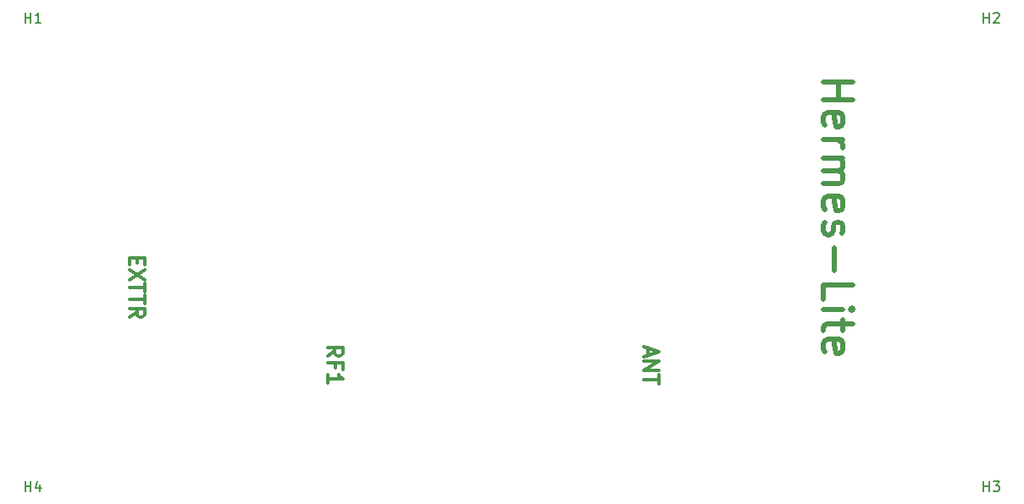
<source format=gbr>
G04 #@! TF.GenerationSoftware,KiCad,Pcbnew,5.0.2+dfsg1-1*
G04 #@! TF.CreationDate,2019-07-23T09:37:26-06:00*
G04 #@! TF.ProjectId,hl2-back-vert,686c322d-6261-4636-9b2d-766572742e6b,rev?*
G04 #@! TF.SameCoordinates,Original*
G04 #@! TF.FileFunction,Legend,Top*
G04 #@! TF.FilePolarity,Positive*
%FSLAX46Y46*%
G04 Gerber Fmt 4.6, Leading zero omitted, Abs format (unit mm)*
G04 Created by KiCad (PCBNEW 5.0.2+dfsg1-1) date Tue 23 Jul 2019 09:37:26 AM MDT*
%MOMM*%
%LPD*%
G01*
G04 APERTURE LIST*
%ADD10C,0.500000*%
%ADD11C,0.300000*%
%ADD12C,0.150000*%
G04 APERTURE END LIST*
D10*
X143842857Y-151400000D02*
X146842857Y-151400000D01*
X145414285Y-151400000D02*
X145414285Y-153114285D01*
X143842857Y-153114285D02*
X146842857Y-153114285D01*
X143985714Y-155685714D02*
X143842857Y-155400000D01*
X143842857Y-154828571D01*
X143985714Y-154542857D01*
X144271428Y-154400000D01*
X145414285Y-154400000D01*
X145700000Y-154542857D01*
X145842857Y-154828571D01*
X145842857Y-155400000D01*
X145700000Y-155685714D01*
X145414285Y-155828571D01*
X145128571Y-155828571D01*
X144842857Y-154400000D01*
X143842857Y-157114285D02*
X145842857Y-157114285D01*
X145271428Y-157114285D02*
X145557142Y-157257142D01*
X145700000Y-157400000D01*
X145842857Y-157685714D01*
X145842857Y-157971428D01*
X143842857Y-158971428D02*
X145842857Y-158971428D01*
X145557142Y-158971428D02*
X145700000Y-159114285D01*
X145842857Y-159400000D01*
X145842857Y-159828571D01*
X145700000Y-160114285D01*
X145414285Y-160257142D01*
X143842857Y-160257142D01*
X145414285Y-160257142D02*
X145700000Y-160400000D01*
X145842857Y-160685714D01*
X145842857Y-161114285D01*
X145700000Y-161400000D01*
X145414285Y-161542857D01*
X143842857Y-161542857D01*
X143985714Y-164114285D02*
X143842857Y-163828571D01*
X143842857Y-163257142D01*
X143985714Y-162971428D01*
X144271428Y-162828571D01*
X145414285Y-162828571D01*
X145700000Y-162971428D01*
X145842857Y-163257142D01*
X145842857Y-163828571D01*
X145700000Y-164114285D01*
X145414285Y-164257142D01*
X145128571Y-164257142D01*
X144842857Y-162828571D01*
X143985714Y-165400000D02*
X143842857Y-165685714D01*
X143842857Y-166257142D01*
X143985714Y-166542857D01*
X144271428Y-166685714D01*
X144414285Y-166685714D01*
X144700000Y-166542857D01*
X144842857Y-166257142D01*
X144842857Y-165828571D01*
X144985714Y-165542857D01*
X145271428Y-165400000D01*
X145414285Y-165400000D01*
X145700000Y-165542857D01*
X145842857Y-165828571D01*
X145842857Y-166257142D01*
X145700000Y-166542857D01*
X144985714Y-167971428D02*
X144985714Y-170257142D01*
X143842857Y-173114285D02*
X143842857Y-171685714D01*
X146842857Y-171685714D01*
X143842857Y-174114285D02*
X145842857Y-174114285D01*
X146842857Y-174114285D02*
X146700000Y-173971428D01*
X146557142Y-174114285D01*
X146700000Y-174257142D01*
X146842857Y-174114285D01*
X146557142Y-174114285D01*
X145842857Y-175114285D02*
X145842857Y-176257142D01*
X146842857Y-175542857D02*
X144271428Y-175542857D01*
X143985714Y-175685714D01*
X143842857Y-175971428D01*
X143842857Y-176257142D01*
X143985714Y-178400000D02*
X143842857Y-178114285D01*
X143842857Y-177542857D01*
X143985714Y-177257142D01*
X144271428Y-177114285D01*
X145414285Y-177114285D01*
X145700000Y-177257142D01*
X145842857Y-177542857D01*
X145842857Y-178114285D01*
X145700000Y-178400000D01*
X145414285Y-178542857D01*
X145128571Y-178542857D01*
X144842857Y-177114285D01*
G04 #@! TO.C,RF1*
D11*
X94321428Y-178807142D02*
X95035714Y-178307142D01*
X94321428Y-177950000D02*
X95821428Y-177950000D01*
X95821428Y-178521428D01*
X95750000Y-178664285D01*
X95678571Y-178735714D01*
X95535714Y-178807142D01*
X95321428Y-178807142D01*
X95178571Y-178735714D01*
X95107142Y-178664285D01*
X95035714Y-178521428D01*
X95035714Y-177950000D01*
X95107142Y-179950000D02*
X95107142Y-179450000D01*
X94321428Y-179450000D02*
X95821428Y-179450000D01*
X95821428Y-180164285D01*
X94321428Y-181521428D02*
X94321428Y-180664285D01*
X94321428Y-181092857D02*
X95821428Y-181092857D01*
X95607142Y-180950000D01*
X95464285Y-180807142D01*
X95392857Y-180664285D01*
G04 #@! TO.C,H1*
D12*
X64075759Y-145413784D02*
X64075759Y-144413784D01*
X64075759Y-144889975D02*
X64647187Y-144889975D01*
X64647187Y-145413784D02*
X64647187Y-144413784D01*
X65647187Y-145413784D02*
X65075759Y-145413784D01*
X65361473Y-145413784D02*
X65361473Y-144413784D01*
X65266235Y-144556642D01*
X65170997Y-144651880D01*
X65075759Y-144699499D01*
G04 #@! TO.C,H4*
X64073942Y-192335091D02*
X64073942Y-191335091D01*
X64073942Y-191811282D02*
X64645370Y-191811282D01*
X64645370Y-192335091D02*
X64645370Y-191335091D01*
X65550132Y-191668425D02*
X65550132Y-192335091D01*
X65312037Y-191287472D02*
X65073942Y-192001758D01*
X65692989Y-192001758D01*
G04 #@! TO.C,H3*
X159893720Y-192328678D02*
X159893720Y-191328678D01*
X159893720Y-191804869D02*
X160465148Y-191804869D01*
X160465148Y-192328678D02*
X160465148Y-191328678D01*
X160846101Y-191328678D02*
X161465148Y-191328678D01*
X161131815Y-191709631D01*
X161274672Y-191709631D01*
X161369910Y-191757250D01*
X161417529Y-191804869D01*
X161465148Y-191900107D01*
X161465148Y-192138202D01*
X161417529Y-192233440D01*
X161369910Y-192281059D01*
X161274672Y-192328678D01*
X160988958Y-192328678D01*
X160893720Y-192281059D01*
X160846101Y-192233440D01*
G04 #@! TO.C,H2*
X159887308Y-145412074D02*
X159887308Y-144412074D01*
X159887308Y-144888265D02*
X160458736Y-144888265D01*
X160458736Y-145412074D02*
X160458736Y-144412074D01*
X160887308Y-144507313D02*
X160934927Y-144459694D01*
X161030165Y-144412074D01*
X161268260Y-144412074D01*
X161363498Y-144459694D01*
X161411117Y-144507313D01*
X161458736Y-144602551D01*
X161458736Y-144697789D01*
X161411117Y-144840646D01*
X160839689Y-145412074D01*
X161458736Y-145412074D01*
G04 #@! TO.C,ANT*
D11*
X126350000Y-177985714D02*
X126350000Y-178700000D01*
X125921428Y-177842857D02*
X127421428Y-178342857D01*
X125921428Y-178842857D01*
X125921428Y-179342857D02*
X127421428Y-179342857D01*
X125921428Y-180200000D01*
X127421428Y-180200000D01*
X127421428Y-180700000D02*
X127421428Y-181557142D01*
X125921428Y-181128571D02*
X127421428Y-181128571D01*
G04 #@! TO.C,EXTTR*
X75307142Y-168971428D02*
X75307142Y-169471428D01*
X74521428Y-169685714D02*
X74521428Y-168971428D01*
X76021428Y-168971428D01*
X76021428Y-169685714D01*
X76021428Y-170185714D02*
X74521428Y-171185714D01*
X76021428Y-171185714D02*
X74521428Y-170185714D01*
X76021428Y-171542857D02*
X76021428Y-172400000D01*
X74521428Y-171971428D02*
X76021428Y-171971428D01*
X76021428Y-172685714D02*
X76021428Y-173542857D01*
X74521428Y-173114285D02*
X76021428Y-173114285D01*
X74521428Y-174900000D02*
X75235714Y-174400000D01*
X74521428Y-174042857D02*
X76021428Y-174042857D01*
X76021428Y-174614285D01*
X75950000Y-174757142D01*
X75878571Y-174828571D01*
X75735714Y-174900000D01*
X75521428Y-174900000D01*
X75378571Y-174828571D01*
X75307142Y-174757142D01*
X75235714Y-174614285D01*
X75235714Y-174042857D01*
G04 #@! TD*
M02*

</source>
